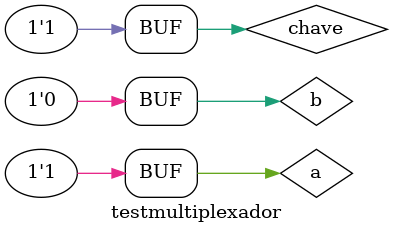
<source format=v>
module multiplexador (s,a,b,chave);
	
	output s;
	wire temp1;
	wire temp2;
	wire temp3;
	wire temp4;
	
	input a;
	input b;	 
	input chave;
	
	assign temp1 = a&b;
	assign temp2 = a|b;
	assign temp3 = temp1 & chave;
	assign temp4 = temp2 & ~chave;
	assign s = temp3|temp4;
endmodule
	
// -------------------------
// test module multiplexador
// -------------------------

module testmultiplexador;
	reg a;
	reg b;
	reg chave;
	
	wire s;
	
	multiplexador banana (s,a,b,chave);
	
	initial begin: main
		$display ("Exemplo 0032 - Débora  Deslandes de Almeida Batista");
		$display ("Matricula : 451549");
		$display ("Test LU's module ");
		$display ("\n  a	  b	chave	  s");
		a = 0;
		b = 0;
		chave = 0;
		
		//testes
		$monitor("%3b\t%3b\t%3b\t%3b",a,b,chave,s);
			#1 a = 0; b = 1;chave = 0;
			#1 a = 1; b = 1;chave = 0;
			#1 a = 1; b = 0;chave = 0;
			#1 a = 0; b = 0;chave = 1;
			#1 a = 0; b = 1;chave = 1;
			#1 a = 1; b = 1;chave = 1;
			#1 a = 1; b = 0;chave = 1;
 
	end
endmodule
		
</source>
